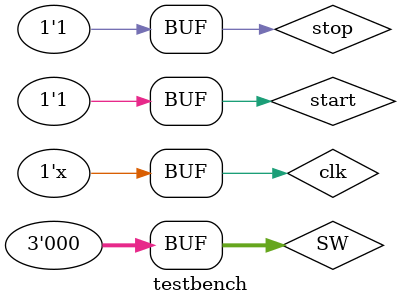
<source format=v>
`timescale 1ns/1ns
module testbench();
/*reg[3:0]data;
reg clk,dec,load,rest;
//wire clk_out;
wire [3:0]out;
wire zero;
   downcounter uut(data,dec,rest,load,clk,zero,out);
   
	
 initial begin	
 rest=0;
#40 rest=1; 
 end	

  initial begin
 load=1;
 clk=0;
 data=7;
  dec=1;
 #60 dec=0;
 #120 dec=1; data=10;
  end
  always #20 clk=~clk;  
  
 /* initial begin
  #50 rst=0;
  #50 rst=1;
  #100 rst=0;
  #50 rst=1;
  end*/
/*  initial #1500 $stop;
  initial
  begin 
   #90 load=0;
   #500 load=1;
  end*/
  
/*  reg [3:0]data,accum;
  reg clk,rst;
  reg [2:0] opcode;
  wire [3:0] out;*/
 /* reg [12:0] SW;
  wire [3:0]LEDR;
  
  interface uut(SW,LEDR);
  
 // alu uut(.clk(SW[12]),.rst(SW[11]),.out(LEDR[3:0]),.opcode(SW[2:0]),.data(SW[6:3]),.accum(SW[10:7]));
initial begin 
 SW[6:3]=7; SW[10:7]=2;
 SW[11]=0;
 SW[2:0]=0;
 SW[12]=0;
//alu uut(.clk(SW[12]),.rst(SW[11]),.out(LEDR[3:0]),.opcode(SW[2:0]),.data(SW[10:7]),.accum(SW[6:3]));
 end
 always #20 SW[12]=~SW[12];
 always #40 SW[2:0] =SW[2:0]+1;
 initial begin #50 SW[11]=1; #20 SW[11]=0;end
 
 initial #2000 $stop;
 
 /*reg clk,rest;
 wire clk_out;
 clock_devider uut(clk,rest,clk_out);
 
 initial 
 begin
 rest=0;
 clk=0;
 end
 always #20 clk=~clk;
 initial #2000 $stop;
 initial #30 rest=1;*/
 
reg clk,stop,start;
reg [2:0]SW;
wire a_or_b;
wire [3:0]data; 
//wire clk_out;
/*wire win, player;
wire [1:0]p0guess;
wire [1:0]p1guess;
wire [3:0]count1;
   block_counter2 uut(
	rst,
	clk,
	win,
	player,
	count1
);
   
	initial
	$monitor("clk=%d, rst=%d, win=%d, player=%d, p0guess=%d, p1guess=%d, count=%d",clk,rst,win,player,count1);
	

  
  always #10 clk=~clk;  
  
  initial begin
  #50 rst=0;
  #50 rst=1;
  #100 rst=0;
  #50 rst=1;
  end
  
  initial  #1000 $stop;
 */
  initial begin
 SW=3'b000;
  
	clk=0;
	stop=1;
   start=1; 
	#10 start=0;
	#5 start=1;
	#15000
	  stop=0;
	  #5 stop=1;
	  
  end
  initial begin
	#20000 start =0;
	#5 start=1;
  end
  always #20 clk=~clk;
  
  
  
   morse_code uut(clk,SW,start,stop,a_or_b,data);
 //clock_switcher1 uut(clk,reset,en,hzout);
 // keep_high1 uut(clk,start,stop,zero_or_one,numbit,a_or_b);
 //keep_high uut(clk,zero_or_one,reset,numbit,a_or_b,k_out,count,zero_or_one1,i);
 // clock_devider uut(clk,reset,hzin,hzout);
 // clock_devider(clk,reset,hzin,hzout);
 
   
  //initial #30000000000 $stop;
  
  endmodule
</source>
